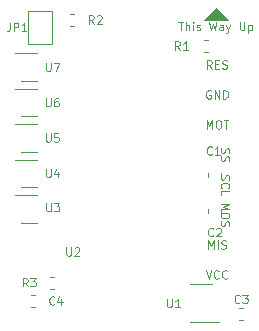
<source format=gbr>
%TF.GenerationSoftware,KiCad,Pcbnew,(5.1.6)-1*%
%TF.CreationDate,2020-10-04T19:05:28+08:00*%
%TF.ProjectId,Ogen,4f67656e-2e6b-4696-9361-645f70636258,rev?*%
%TF.SameCoordinates,Original*%
%TF.FileFunction,Legend,Top*%
%TF.FilePolarity,Positive*%
%FSLAX46Y46*%
G04 Gerber Fmt 4.6, Leading zero omitted, Abs format (unit mm)*
G04 Created by KiCad (PCBNEW (5.1.6)-1) date 2020-10-04 19:05:28*
%MOMM*%
%LPD*%
G01*
G04 APERTURE LIST*
%ADD10C,0.080000*%
%ADD11C,0.100000*%
%ADD12C,0.120000*%
G04 APERTURE END LIST*
D10*
X38833333Y-17466666D02*
X39233333Y-17466666D01*
X39033333Y-18166666D02*
X39033333Y-17466666D01*
X39466666Y-18166666D02*
X39466666Y-17466666D01*
X39766666Y-18166666D02*
X39766666Y-17800000D01*
X39733333Y-17733333D01*
X39666666Y-17700000D01*
X39566666Y-17700000D01*
X39500000Y-17733333D01*
X39466666Y-17766666D01*
X40100000Y-18166666D02*
X40100000Y-17700000D01*
X40100000Y-17466666D02*
X40066666Y-17500000D01*
X40100000Y-17533333D01*
X40133333Y-17500000D01*
X40100000Y-17466666D01*
X40100000Y-17533333D01*
X40400000Y-18133333D02*
X40466666Y-18166666D01*
X40600000Y-18166666D01*
X40666666Y-18133333D01*
X40700000Y-18066666D01*
X40700000Y-18033333D01*
X40666666Y-17966666D01*
X40600000Y-17933333D01*
X40500000Y-17933333D01*
X40433333Y-17900000D01*
X40400000Y-17833333D01*
X40400000Y-17800000D01*
X40433333Y-17733333D01*
X40500000Y-17700000D01*
X40600000Y-17700000D01*
X40666666Y-17733333D01*
X41466666Y-17466666D02*
X41633333Y-18166666D01*
X41766666Y-17666666D01*
X41900000Y-18166666D01*
X42066666Y-17466666D01*
X42633333Y-18166666D02*
X42633333Y-17800000D01*
X42600000Y-17733333D01*
X42533333Y-17700000D01*
X42400000Y-17700000D01*
X42333333Y-17733333D01*
X42633333Y-18133333D02*
X42566666Y-18166666D01*
X42400000Y-18166666D01*
X42333333Y-18133333D01*
X42300000Y-18066666D01*
X42300000Y-18000000D01*
X42333333Y-17933333D01*
X42400000Y-17900000D01*
X42566666Y-17900000D01*
X42633333Y-17866666D01*
X42900000Y-17700000D02*
X43066666Y-18166666D01*
X43233333Y-17700000D02*
X43066666Y-18166666D01*
X43000000Y-18333333D01*
X42966666Y-18366666D01*
X42900000Y-18400000D01*
X44033333Y-17466666D02*
X44033333Y-18033333D01*
X44066666Y-18100000D01*
X44100000Y-18133333D01*
X44166666Y-18166666D01*
X44300000Y-18166666D01*
X44366666Y-18133333D01*
X44400000Y-18100000D01*
X44433333Y-18033333D01*
X44433333Y-17466666D01*
X44766666Y-17700000D02*
X44766666Y-18400000D01*
X44766666Y-17733333D02*
X44833333Y-17700000D01*
X44966666Y-17700000D01*
X45033333Y-17733333D01*
X45066666Y-17766666D01*
X45100000Y-17833333D01*
X45100000Y-18033333D01*
X45066666Y-18100000D01*
X45033333Y-18133333D01*
X44966666Y-18166666D01*
X44833333Y-18166666D01*
X44766666Y-18133333D01*
D11*
G36*
X42999998Y-17300000D02*
G01*
X40999998Y-17300000D01*
X41999998Y-16299999D01*
X42999998Y-17300000D01*
G37*
X42999998Y-17300000D02*
X40999998Y-17300000D01*
X41999998Y-16299999D01*
X42999998Y-17300000D01*
D10*
X42433331Y-32866665D02*
X43133331Y-32866665D01*
X42633331Y-33099999D01*
X43133331Y-33333332D01*
X42433331Y-33333332D01*
X43133331Y-33799999D02*
X43133331Y-33933332D01*
X43099998Y-33999999D01*
X43033331Y-34066665D01*
X42899998Y-34099999D01*
X42666664Y-34099999D01*
X42533331Y-34066665D01*
X42466664Y-33999999D01*
X42433331Y-33933332D01*
X42433331Y-33799999D01*
X42466664Y-33733332D01*
X42533331Y-33666665D01*
X42666664Y-33633332D01*
X42899998Y-33633332D01*
X43033331Y-33666665D01*
X43099998Y-33733332D01*
X43133331Y-33799999D01*
X42466664Y-34366665D02*
X42433331Y-34466665D01*
X42433331Y-34633332D01*
X42466664Y-34699999D01*
X42499998Y-34733332D01*
X42566664Y-34766665D01*
X42633331Y-34766665D01*
X42699998Y-34733332D01*
X42733331Y-34699999D01*
X42766664Y-34633332D01*
X42799998Y-34499999D01*
X42833331Y-34433332D01*
X42866664Y-34399999D01*
X42933331Y-34366665D01*
X42999998Y-34366665D01*
X43066664Y-34399999D01*
X43099998Y-34433332D01*
X43133331Y-34499999D01*
X43133331Y-34666665D01*
X43099998Y-34766665D01*
X41166665Y-38496666D02*
X41399999Y-39196666D01*
X41633332Y-38496666D01*
X42266665Y-39130000D02*
X42233332Y-39163333D01*
X42133332Y-39196666D01*
X42066665Y-39196666D01*
X41966665Y-39163333D01*
X41899999Y-39096666D01*
X41866665Y-39030000D01*
X41833332Y-38896666D01*
X41833332Y-38796666D01*
X41866665Y-38663333D01*
X41899999Y-38596666D01*
X41966665Y-38530000D01*
X42066665Y-38496666D01*
X42133332Y-38496666D01*
X42233332Y-38530000D01*
X42266665Y-38563333D01*
X42966665Y-39130000D02*
X42933332Y-39163333D01*
X42833332Y-39196666D01*
X42766665Y-39196666D01*
X42666665Y-39163333D01*
X42599999Y-39096666D01*
X42566665Y-39030000D01*
X42533332Y-38896666D01*
X42533332Y-38796666D01*
X42566665Y-38663333D01*
X42599999Y-38596666D01*
X42666665Y-38530000D01*
X42766665Y-38496666D01*
X42833332Y-38496666D01*
X42933332Y-38530000D01*
X42966665Y-38563333D01*
X41366665Y-36656664D02*
X41366665Y-35956664D01*
X41599999Y-36456664D01*
X41833332Y-35956664D01*
X41833332Y-36656664D01*
X42166665Y-36656664D02*
X42166665Y-35956664D01*
X42466665Y-36623331D02*
X42566665Y-36656664D01*
X42733332Y-36656664D01*
X42799999Y-36623331D01*
X42833332Y-36589998D01*
X42866665Y-36523331D01*
X42866665Y-36456664D01*
X42833332Y-36389998D01*
X42799999Y-36356664D01*
X42733332Y-36323331D01*
X42599999Y-36289998D01*
X42533332Y-36256664D01*
X42499999Y-36223331D01*
X42466665Y-36156664D01*
X42466665Y-36089998D01*
X42499999Y-36023331D01*
X42533332Y-35989998D01*
X42599999Y-35956664D01*
X42766665Y-35956664D01*
X42866665Y-35989998D01*
X42466667Y-28186665D02*
X42433334Y-28286665D01*
X42433334Y-28453332D01*
X42466667Y-28519999D01*
X42500001Y-28553332D01*
X42566667Y-28586665D01*
X42633334Y-28586665D01*
X42700001Y-28553332D01*
X42733334Y-28519999D01*
X42766667Y-28453332D01*
X42800001Y-28319999D01*
X42833334Y-28253332D01*
X42866667Y-28219999D01*
X42933334Y-28186665D01*
X43000001Y-28186665D01*
X43066667Y-28219999D01*
X43100001Y-28253332D01*
X43133334Y-28319999D01*
X43133334Y-28486665D01*
X43100001Y-28586665D01*
X42466667Y-28853332D02*
X42433334Y-28953332D01*
X42433334Y-29119999D01*
X42466667Y-29186665D01*
X42500001Y-29219999D01*
X42566667Y-29253332D01*
X42633334Y-29253332D01*
X42700001Y-29219999D01*
X42733334Y-29186665D01*
X42766667Y-29119999D01*
X42800001Y-28986665D01*
X42833334Y-28919999D01*
X42866667Y-28886665D01*
X42933334Y-28853332D01*
X43000001Y-28853332D01*
X43066667Y-28886665D01*
X43100001Y-28919999D01*
X43133334Y-28986665D01*
X43133334Y-29153332D01*
X43100001Y-29253332D01*
X41666667Y-21416665D02*
X41433334Y-21083332D01*
X41266667Y-21416665D02*
X41266667Y-20716665D01*
X41533334Y-20716665D01*
X41600001Y-20749999D01*
X41633334Y-20783332D01*
X41666667Y-20849999D01*
X41666667Y-20949999D01*
X41633334Y-21016665D01*
X41600001Y-21049999D01*
X41533334Y-21083332D01*
X41266667Y-21083332D01*
X41966667Y-21049999D02*
X42200001Y-21049999D01*
X42300001Y-21416665D02*
X41966667Y-21416665D01*
X41966667Y-20716665D01*
X42300001Y-20716665D01*
X42566667Y-21383332D02*
X42666667Y-21416665D01*
X42833334Y-21416665D01*
X42900001Y-21383332D01*
X42933334Y-21349999D01*
X42966667Y-21283332D01*
X42966667Y-21216665D01*
X42933334Y-21149999D01*
X42900001Y-21116665D01*
X42833334Y-21083332D01*
X42700001Y-21049999D01*
X42633334Y-21016665D01*
X42600001Y-20983332D01*
X42566667Y-20916665D01*
X42566667Y-20849999D01*
X42600001Y-20783332D01*
X42633334Y-20749999D01*
X42700001Y-20716665D01*
X42866667Y-20716665D01*
X42966667Y-20749999D01*
X42466666Y-30426666D02*
X42433333Y-30526666D01*
X42433333Y-30693333D01*
X42466666Y-30760000D01*
X42500000Y-30793333D01*
X42566666Y-30826666D01*
X42633333Y-30826666D01*
X42700000Y-30793333D01*
X42733333Y-30760000D01*
X42766666Y-30693333D01*
X42800000Y-30560000D01*
X42833333Y-30493333D01*
X42866666Y-30460000D01*
X42933333Y-30426666D01*
X43000000Y-30426666D01*
X43066666Y-30460000D01*
X43100000Y-30493333D01*
X43133333Y-30560000D01*
X43133333Y-30726666D01*
X43100000Y-30826666D01*
X42500000Y-31526666D02*
X42466666Y-31493333D01*
X42433333Y-31393333D01*
X42433333Y-31326666D01*
X42466666Y-31226666D01*
X42533333Y-31160000D01*
X42600000Y-31126666D01*
X42733333Y-31093333D01*
X42833333Y-31093333D01*
X42966666Y-31126666D01*
X43033333Y-31160000D01*
X43100000Y-31226666D01*
X43133333Y-31326666D01*
X43133333Y-31393333D01*
X43100000Y-31493333D01*
X43066666Y-31526666D01*
X42433333Y-32160000D02*
X42433333Y-31826666D01*
X43133333Y-31826666D01*
X41233336Y-26496667D02*
X41233336Y-25796667D01*
X41466669Y-26296667D01*
X41700003Y-25796667D01*
X41700003Y-26496667D01*
X42166669Y-25796667D02*
X42300003Y-25796667D01*
X42366669Y-25830001D01*
X42433336Y-25896667D01*
X42466669Y-26030001D01*
X42466669Y-26263334D01*
X42433336Y-26396667D01*
X42366669Y-26463334D01*
X42300003Y-26496667D01*
X42166669Y-26496667D01*
X42100003Y-26463334D01*
X42033336Y-26396667D01*
X42000003Y-26263334D01*
X42000003Y-26030001D01*
X42033336Y-25896667D01*
X42100003Y-25830001D01*
X42166669Y-25796667D01*
X42666669Y-25796667D02*
X43066669Y-25796667D01*
X42866669Y-26496667D02*
X42866669Y-25796667D01*
X41566666Y-23290000D02*
X41500000Y-23256666D01*
X41400000Y-23256666D01*
X41300000Y-23290000D01*
X41233333Y-23356666D01*
X41200000Y-23423333D01*
X41166666Y-23556666D01*
X41166666Y-23656666D01*
X41200000Y-23790000D01*
X41233333Y-23856666D01*
X41300000Y-23923333D01*
X41400000Y-23956666D01*
X41466666Y-23956666D01*
X41566666Y-23923333D01*
X41600000Y-23890000D01*
X41600000Y-23656666D01*
X41466666Y-23656666D01*
X41900000Y-23956666D02*
X41900000Y-23256666D01*
X42300000Y-23956666D01*
X42300000Y-23256666D01*
X42633333Y-23956666D02*
X42633333Y-23256666D01*
X42800000Y-23256666D01*
X42900000Y-23290000D01*
X42966666Y-23356666D01*
X43000000Y-23423333D01*
X43033333Y-23556666D01*
X43033333Y-23656666D01*
X43000000Y-23790000D01*
X42966666Y-23856666D01*
X42900000Y-23923333D01*
X42800000Y-23956666D01*
X42633333Y-23956666D01*
D12*
%TO.C,R2*%
X29637222Y-16790002D02*
X29962780Y-16790002D01*
X29637222Y-17810002D02*
X29962780Y-17810002D01*
%TO.C,U3*%
X25500001Y-34460002D02*
X26900001Y-34460002D01*
X26900001Y-32140002D02*
X25000001Y-32140002D01*
%TO.C,R3*%
X27987218Y-39040002D02*
X28312776Y-39040002D01*
X27987218Y-40060002D02*
X28312776Y-40060002D01*
%TO.C,U1*%
X41650000Y-39690001D02*
X39850000Y-39690001D01*
X39850000Y-42910001D02*
X42300000Y-42910001D01*
%TO.C,U7*%
X25500000Y-22460000D02*
X26900000Y-22460000D01*
X26900000Y-20140000D02*
X25000000Y-20140000D01*
%TO.C,U6*%
X25499999Y-25460000D02*
X26899999Y-25460000D01*
X26899999Y-23140000D02*
X24999999Y-23140000D01*
%TO.C,U5*%
X25500000Y-28460000D02*
X26900000Y-28460000D01*
X26900000Y-26140000D02*
X25000000Y-26140000D01*
%TO.C,U4*%
X25500001Y-31459999D02*
X26900001Y-31459999D01*
X26900001Y-29139999D02*
X25000001Y-29139999D01*
%TO.C,R1*%
X41312778Y-18990000D02*
X40987220Y-18990000D01*
X41312778Y-20010000D02*
X40987220Y-20010000D01*
%TO.C,JP1*%
X28099999Y-16550001D02*
X28099999Y-19350001D01*
X28099999Y-19350001D02*
X26099999Y-19350001D01*
X26099999Y-19350001D02*
X26099999Y-16550001D01*
X26099999Y-16550001D02*
X28099999Y-16550001D01*
%TO.C,C4*%
X26712779Y-40590000D02*
X26387221Y-40590000D01*
X26712779Y-41610000D02*
X26387221Y-41610000D01*
%TO.C,C3*%
X43987222Y-42747501D02*
X44312780Y-42747501D01*
X43987222Y-41727501D02*
X44312780Y-41727501D01*
%TO.C,C2*%
X42409999Y-33287223D02*
X42409999Y-33612781D01*
X41389999Y-33287223D02*
X41389999Y-33612781D01*
%TO.C,C1*%
X41389999Y-30612778D02*
X41389999Y-30287220D01*
X42409999Y-30612778D02*
X42409999Y-30287220D01*
%TO.C,R2*%
D10*
X31683334Y-17616668D02*
X31450001Y-17283335D01*
X31283334Y-17616668D02*
X31283334Y-16916668D01*
X31550001Y-16916668D01*
X31616667Y-16950002D01*
X31650001Y-16983335D01*
X31683334Y-17050002D01*
X31683334Y-17150002D01*
X31650001Y-17216668D01*
X31616667Y-17250002D01*
X31550001Y-17283335D01*
X31283334Y-17283335D01*
X31950001Y-16983335D02*
X31983334Y-16950002D01*
X32050001Y-16916668D01*
X32216667Y-16916668D01*
X32283334Y-16950002D01*
X32316667Y-16983335D01*
X32350001Y-17050002D01*
X32350001Y-17116668D01*
X32316667Y-17216668D01*
X31916667Y-17616668D01*
X32350001Y-17616668D01*
%TO.C,U3*%
X27666667Y-32816668D02*
X27666667Y-33383335D01*
X27700001Y-33450002D01*
X27733334Y-33483335D01*
X27800001Y-33516668D01*
X27933334Y-33516668D01*
X28000001Y-33483335D01*
X28033334Y-33450002D01*
X28066667Y-33383335D01*
X28066667Y-32816668D01*
X28333334Y-32816668D02*
X28766667Y-32816668D01*
X28533334Y-33083335D01*
X28633334Y-33083335D01*
X28700001Y-33116668D01*
X28733334Y-33150002D01*
X28766667Y-33216668D01*
X28766667Y-33383335D01*
X28733334Y-33450002D01*
X28700001Y-33483335D01*
X28633334Y-33516668D01*
X28433334Y-33516668D01*
X28366667Y-33483335D01*
X28333334Y-33450002D01*
%TO.C,U2*%
X29366666Y-36566666D02*
X29366666Y-37133333D01*
X29400000Y-37200000D01*
X29433333Y-37233333D01*
X29500000Y-37266666D01*
X29633333Y-37266666D01*
X29700000Y-37233333D01*
X29733333Y-37200000D01*
X29766666Y-37133333D01*
X29766666Y-36566666D01*
X30066666Y-36633333D02*
X30100000Y-36600000D01*
X30166666Y-36566666D01*
X30333333Y-36566666D01*
X30400000Y-36600000D01*
X30433333Y-36633333D01*
X30466666Y-36700000D01*
X30466666Y-36766666D01*
X30433333Y-36866666D01*
X30033333Y-37266666D01*
X30466666Y-37266666D01*
%TO.C,R3*%
X26083330Y-39866668D02*
X25849997Y-39533335D01*
X25683330Y-39866668D02*
X25683330Y-39166668D01*
X25949997Y-39166668D01*
X26016663Y-39200002D01*
X26049997Y-39233335D01*
X26083330Y-39300002D01*
X26083330Y-39400002D01*
X26049997Y-39466668D01*
X26016663Y-39500002D01*
X25949997Y-39533335D01*
X25683330Y-39533335D01*
X26316663Y-39166668D02*
X26749997Y-39166668D01*
X26516663Y-39433335D01*
X26616663Y-39433335D01*
X26683330Y-39466668D01*
X26716663Y-39500002D01*
X26749997Y-39566668D01*
X26749997Y-39733335D01*
X26716663Y-39800002D01*
X26683330Y-39833335D01*
X26616663Y-39866668D01*
X26416663Y-39866668D01*
X26349997Y-39833335D01*
X26316663Y-39800002D01*
%TO.C,U1*%
X37866666Y-40916667D02*
X37866666Y-41483334D01*
X37900000Y-41550001D01*
X37933333Y-41583334D01*
X38000000Y-41616667D01*
X38133333Y-41616667D01*
X38200000Y-41583334D01*
X38233333Y-41550001D01*
X38266666Y-41483334D01*
X38266666Y-40916667D01*
X38966666Y-41616667D02*
X38566666Y-41616667D01*
X38766666Y-41616667D02*
X38766666Y-40916667D01*
X38700000Y-41016667D01*
X38633333Y-41083334D01*
X38566666Y-41116667D01*
%TO.C,U7*%
X27616666Y-20916666D02*
X27616666Y-21483333D01*
X27650000Y-21550000D01*
X27683333Y-21583333D01*
X27750000Y-21616666D01*
X27883333Y-21616666D01*
X27950000Y-21583333D01*
X27983333Y-21550000D01*
X28016666Y-21483333D01*
X28016666Y-20916666D01*
X28283333Y-20916666D02*
X28750000Y-20916666D01*
X28450000Y-21616666D01*
%TO.C,U6*%
X27616665Y-23916666D02*
X27616665Y-24483333D01*
X27649999Y-24550000D01*
X27683332Y-24583333D01*
X27749999Y-24616666D01*
X27883332Y-24616666D01*
X27949999Y-24583333D01*
X27983332Y-24550000D01*
X28016665Y-24483333D01*
X28016665Y-23916666D01*
X28649999Y-23916666D02*
X28516665Y-23916666D01*
X28449999Y-23950000D01*
X28416665Y-23983333D01*
X28349999Y-24083333D01*
X28316665Y-24216666D01*
X28316665Y-24483333D01*
X28349999Y-24550000D01*
X28383332Y-24583333D01*
X28449999Y-24616666D01*
X28583332Y-24616666D01*
X28649999Y-24583333D01*
X28683332Y-24550000D01*
X28716665Y-24483333D01*
X28716665Y-24316666D01*
X28683332Y-24250000D01*
X28649999Y-24216666D01*
X28583332Y-24183333D01*
X28449999Y-24183333D01*
X28383332Y-24216666D01*
X28349999Y-24250000D01*
X28316665Y-24316666D01*
%TO.C,U5*%
X27616666Y-26916666D02*
X27616666Y-27483333D01*
X27650000Y-27550000D01*
X27683333Y-27583333D01*
X27750000Y-27616666D01*
X27883333Y-27616666D01*
X27950000Y-27583333D01*
X27983333Y-27550000D01*
X28016666Y-27483333D01*
X28016666Y-26916666D01*
X28683333Y-26916666D02*
X28350000Y-26916666D01*
X28316666Y-27250000D01*
X28350000Y-27216666D01*
X28416666Y-27183333D01*
X28583333Y-27183333D01*
X28650000Y-27216666D01*
X28683333Y-27250000D01*
X28716666Y-27316666D01*
X28716666Y-27483333D01*
X28683333Y-27550000D01*
X28650000Y-27583333D01*
X28583333Y-27616666D01*
X28416666Y-27616666D01*
X28350000Y-27583333D01*
X28316666Y-27550000D01*
%TO.C,U4*%
X27616667Y-29916665D02*
X27616667Y-30483332D01*
X27650001Y-30549999D01*
X27683334Y-30583332D01*
X27750001Y-30616665D01*
X27883334Y-30616665D01*
X27950001Y-30583332D01*
X27983334Y-30549999D01*
X28016667Y-30483332D01*
X28016667Y-29916665D01*
X28650001Y-30149999D02*
X28650001Y-30616665D01*
X28483334Y-29883332D02*
X28316667Y-30383332D01*
X28750001Y-30383332D01*
%TO.C,R1*%
X38983333Y-19816666D02*
X38750000Y-19483333D01*
X38583333Y-19816666D02*
X38583333Y-19116666D01*
X38850000Y-19116666D01*
X38916666Y-19150000D01*
X38950000Y-19183333D01*
X38983333Y-19250000D01*
X38983333Y-19350000D01*
X38950000Y-19416666D01*
X38916666Y-19450000D01*
X38850000Y-19483333D01*
X38583333Y-19483333D01*
X39650000Y-19816666D02*
X39250000Y-19816666D01*
X39450000Y-19816666D02*
X39450000Y-19116666D01*
X39383333Y-19216666D01*
X39316666Y-19283333D01*
X39250000Y-19316666D01*
%TO.C,JP1*%
X24566665Y-17566667D02*
X24566665Y-18066667D01*
X24533332Y-18166667D01*
X24466665Y-18233334D01*
X24366665Y-18266667D01*
X24299999Y-18266667D01*
X24899999Y-18266667D02*
X24899999Y-17566667D01*
X25166665Y-17566667D01*
X25233332Y-17600001D01*
X25266665Y-17633334D01*
X25299999Y-17700001D01*
X25299999Y-17800001D01*
X25266665Y-17866667D01*
X25233332Y-17900001D01*
X25166665Y-17933334D01*
X24899999Y-17933334D01*
X25966665Y-18266667D02*
X25566665Y-18266667D01*
X25766665Y-18266667D02*
X25766665Y-17566667D01*
X25699999Y-17666667D01*
X25633332Y-17733334D01*
X25566665Y-17766667D01*
%TO.C,C4*%
X28333333Y-41350000D02*
X28300000Y-41383333D01*
X28200000Y-41416666D01*
X28133333Y-41416666D01*
X28033333Y-41383333D01*
X27966666Y-41316666D01*
X27933333Y-41250000D01*
X27900000Y-41116666D01*
X27900000Y-41016666D01*
X27933333Y-40883333D01*
X27966666Y-40816666D01*
X28033333Y-40750000D01*
X28133333Y-40716666D01*
X28200000Y-40716666D01*
X28300000Y-40750000D01*
X28333333Y-40783333D01*
X28933333Y-40950000D02*
X28933333Y-41416666D01*
X28766666Y-40683333D02*
X28600000Y-41183333D01*
X29033333Y-41183333D01*
%TO.C,C3*%
X44033334Y-41200001D02*
X44000001Y-41233334D01*
X43900001Y-41266667D01*
X43833334Y-41266667D01*
X43733334Y-41233334D01*
X43666667Y-41166667D01*
X43633334Y-41100001D01*
X43600001Y-40966667D01*
X43600001Y-40866667D01*
X43633334Y-40733334D01*
X43666667Y-40666667D01*
X43733334Y-40600001D01*
X43833334Y-40566667D01*
X43900001Y-40566667D01*
X44000001Y-40600001D01*
X44033334Y-40633334D01*
X44266667Y-40566667D02*
X44700001Y-40566667D01*
X44466667Y-40833334D01*
X44566667Y-40833334D01*
X44633334Y-40866667D01*
X44666667Y-40900001D01*
X44700001Y-40966667D01*
X44700001Y-41133334D01*
X44666667Y-41200001D01*
X44633334Y-41233334D01*
X44566667Y-41266667D01*
X44366667Y-41266667D01*
X44300001Y-41233334D01*
X44266667Y-41200001D01*
%TO.C,C2*%
X41783332Y-35550002D02*
X41749999Y-35583335D01*
X41649999Y-35616668D01*
X41583332Y-35616668D01*
X41483332Y-35583335D01*
X41416665Y-35516668D01*
X41383332Y-35450002D01*
X41349999Y-35316668D01*
X41349999Y-35216668D01*
X41383332Y-35083335D01*
X41416665Y-35016668D01*
X41483332Y-34950002D01*
X41583332Y-34916668D01*
X41649999Y-34916668D01*
X41749999Y-34950002D01*
X41783332Y-34983335D01*
X42049999Y-34983335D02*
X42083332Y-34950002D01*
X42149999Y-34916668D01*
X42316665Y-34916668D01*
X42383332Y-34950002D01*
X42416665Y-34983335D01*
X42449999Y-35050002D01*
X42449999Y-35116668D01*
X42416665Y-35216668D01*
X42016665Y-35616668D01*
X42449999Y-35616668D01*
%TO.C,C1*%
X41683332Y-28649999D02*
X41649999Y-28683332D01*
X41549999Y-28716665D01*
X41483332Y-28716665D01*
X41383332Y-28683332D01*
X41316665Y-28616665D01*
X41283332Y-28549999D01*
X41249999Y-28416665D01*
X41249999Y-28316665D01*
X41283332Y-28183332D01*
X41316665Y-28116665D01*
X41383332Y-28049999D01*
X41483332Y-28016665D01*
X41549999Y-28016665D01*
X41649999Y-28049999D01*
X41683332Y-28083332D01*
X42349999Y-28716665D02*
X41949999Y-28716665D01*
X42149999Y-28716665D02*
X42149999Y-28016665D01*
X42083332Y-28116665D01*
X42016665Y-28183332D01*
X41949999Y-28216665D01*
%TD*%
M02*

</source>
